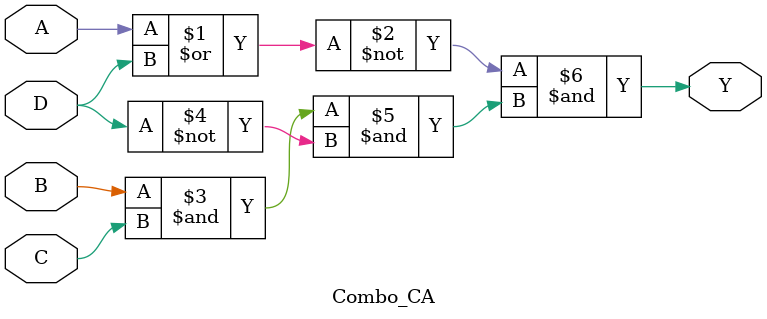
<source format=v>



module Combo_CA (Y,A, B, C, D);
output Y;
input A, B, C, D;
assign Y = (~(A | D)) & (B & C & ~D);
endmodule


</source>
